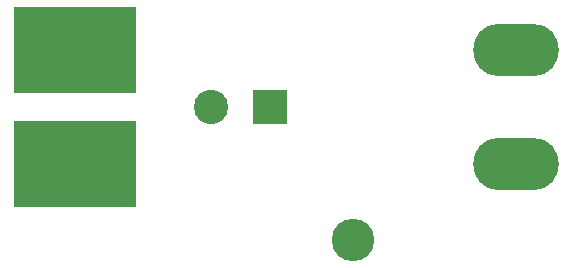
<source format=gbs>
G04 #@! TF.FileFunction,Soldermask,Bot*
%FSLAX46Y46*%
G04 Gerber Fmt 4.6, Leading zero omitted, Abs format (unit mm)*
G04 Created by KiCad (PCBNEW 4.0.7-e2-6376~58~ubuntu16.04.1) date Mon Nov  6 15:13:20 2017*
%MOMM*%
%LPD*%
G01*
G04 APERTURE LIST*
%ADD10C,0.100000*%
%ADD11R,10.400000X7.400000*%
%ADD12O,7.250000X4.450000*%
%ADD13C,3.600000*%
%ADD14R,2.900000X2.900000*%
%ADD15C,2.900000*%
G04 APERTURE END LIST*
D10*
D11*
X128130800Y-84683600D03*
X128130800Y-94335600D03*
D12*
X165473000Y-84709000D03*
X165473000Y-94352000D03*
D13*
X151638000Y-100838000D03*
D14*
X144627600Y-89509600D03*
D15*
X139627600Y-89509600D03*
M02*

</source>
